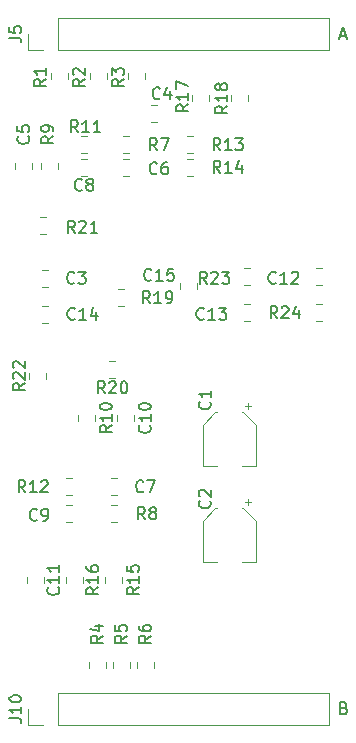
<source format=gbr>
G04 #@! TF.GenerationSoftware,KiCad,Pcbnew,(5.1.4-0-10_14)*
G04 #@! TF.CreationDate,2019-10-08T20:56:09-07:00*
G04 #@! TF.ProjectId,VCA_Main,5643415f-4d61-4696-9e2e-6b696361645f,rev?*
G04 #@! TF.SameCoordinates,Original*
G04 #@! TF.FileFunction,Legend,Top*
G04 #@! TF.FilePolarity,Positive*
%FSLAX46Y46*%
G04 Gerber Fmt 4.6, Leading zero omitted, Abs format (unit mm)*
G04 Created by KiCad (PCBNEW (5.1.4-0-10_14)) date 2019-10-08 20:56:09*
%MOMM*%
%LPD*%
G04 APERTURE LIST*
%ADD10C,0.150000*%
%ADD11C,0.120000*%
G04 APERTURE END LIST*
D10*
X92781428Y-135818571D02*
X92924285Y-135866190D01*
X92971904Y-135913809D01*
X93019523Y-136009047D01*
X93019523Y-136151904D01*
X92971904Y-136247142D01*
X92924285Y-136294761D01*
X92829047Y-136342380D01*
X92448095Y-136342380D01*
X92448095Y-135342380D01*
X92781428Y-135342380D01*
X92876666Y-135390000D01*
X92924285Y-135437619D01*
X92971904Y-135532857D01*
X92971904Y-135628095D01*
X92924285Y-135723333D01*
X92876666Y-135770952D01*
X92781428Y-135818571D01*
X92448095Y-135818571D01*
X92471904Y-78906666D02*
X92948095Y-78906666D01*
X92376666Y-79192380D02*
X92710000Y-78192380D01*
X93043333Y-79192380D01*
D11*
X84868000Y-110280000D02*
X84368000Y-110280000D01*
X84618000Y-110030000D02*
X84618000Y-110530000D01*
X81862437Y-110770000D02*
X80798000Y-111834437D01*
X84253563Y-110770000D02*
X85318000Y-111834437D01*
X84253563Y-110770000D02*
X84118000Y-110770000D01*
X81862437Y-110770000D02*
X81998000Y-110770000D01*
X80798000Y-111834437D02*
X80798000Y-115290000D01*
X85318000Y-111834437D02*
X85318000Y-115290000D01*
X85318000Y-115290000D02*
X84118000Y-115290000D01*
X80798000Y-115290000D02*
X81998000Y-115290000D01*
X80798000Y-123418000D02*
X81998000Y-123418000D01*
X85318000Y-123418000D02*
X84118000Y-123418000D01*
X85318000Y-119962437D02*
X85318000Y-123418000D01*
X80798000Y-119962437D02*
X80798000Y-123418000D01*
X81862437Y-118898000D02*
X81998000Y-118898000D01*
X84253563Y-118898000D02*
X84118000Y-118898000D01*
X84253563Y-118898000D02*
X85318000Y-119962437D01*
X81862437Y-118898000D02*
X80798000Y-119962437D01*
X84618000Y-118158000D02*
X84618000Y-118658000D01*
X84868000Y-118408000D02*
X84368000Y-118408000D01*
X67178422Y-98731000D02*
X67695578Y-98731000D01*
X67178422Y-100151000D02*
X67695578Y-100151000D01*
X65980000Y-80070000D02*
X65980000Y-78740000D01*
X67310000Y-80070000D02*
X65980000Y-80070000D01*
X68580000Y-80070000D02*
X68580000Y-77410000D01*
X68580000Y-77410000D02*
X91500000Y-77410000D01*
X68580000Y-80070000D02*
X91500000Y-80070000D01*
X91500000Y-80070000D02*
X91500000Y-77410000D01*
X91500000Y-137220000D02*
X91500000Y-134560000D01*
X68580000Y-137220000D02*
X91500000Y-137220000D01*
X68580000Y-134560000D02*
X91500000Y-134560000D01*
X68580000Y-137220000D02*
X68580000Y-134560000D01*
X67310000Y-137220000D02*
X65980000Y-137220000D01*
X65980000Y-137220000D02*
X65980000Y-135890000D01*
X69417000Y-82554578D02*
X69417000Y-82037422D01*
X67997000Y-82554578D02*
X67997000Y-82037422D01*
X72719000Y-82554578D02*
X72719000Y-82037422D01*
X71299000Y-82554578D02*
X71299000Y-82037422D01*
X74474000Y-82554578D02*
X74474000Y-82037422D01*
X75894000Y-82554578D02*
X75894000Y-82037422D01*
X72592000Y-131948422D02*
X72592000Y-132465578D01*
X71172000Y-131948422D02*
X71172000Y-132465578D01*
X74624000Y-131948422D02*
X74624000Y-132465578D01*
X73204000Y-131948422D02*
X73204000Y-132465578D01*
X75236000Y-131948422D02*
X75236000Y-132465578D01*
X76656000Y-131948422D02*
X76656000Y-132465578D01*
X74553578Y-88848000D02*
X74036422Y-88848000D01*
X74553578Y-87428000D02*
X74036422Y-87428000D01*
X73537578Y-120090000D02*
X73020422Y-120090000D01*
X73537578Y-118670000D02*
X73020422Y-118670000D01*
X67108000Y-89657422D02*
X67108000Y-90174578D01*
X68528000Y-89657422D02*
X68528000Y-90174578D01*
X71703000Y-110993422D02*
X71703000Y-111510578D01*
X70283000Y-110993422D02*
X70283000Y-111510578D01*
X70997578Y-88848000D02*
X70480422Y-88848000D01*
X70997578Y-87428000D02*
X70480422Y-87428000D01*
X69727578Y-116384000D02*
X69210422Y-116384000D01*
X69727578Y-117804000D02*
X69210422Y-117804000D01*
X79497422Y-87428000D02*
X80014578Y-87428000D01*
X79497422Y-88848000D02*
X80014578Y-88848000D01*
X80014578Y-89333000D02*
X79497422Y-89333000D01*
X80014578Y-90753000D02*
X79497422Y-90753000D01*
X72569000Y-124709422D02*
X72569000Y-125226578D01*
X73989000Y-124709422D02*
X73989000Y-125226578D01*
X70687000Y-124709422D02*
X70687000Y-125226578D01*
X69267000Y-124709422D02*
X69267000Y-125226578D01*
X81355000Y-84459578D02*
X81355000Y-83942422D01*
X79935000Y-84459578D02*
X79935000Y-83942422D01*
X84657000Y-83942422D02*
X84657000Y-84459578D01*
X83237000Y-83942422D02*
X83237000Y-84459578D01*
X73655422Y-101802000D02*
X74172578Y-101802000D01*
X73655422Y-100382000D02*
X74172578Y-100382000D01*
X73410578Y-107898000D02*
X72893422Y-107898000D01*
X73410578Y-106478000D02*
X72893422Y-106478000D01*
X67051422Y-95706000D02*
X67568578Y-95706000D01*
X67051422Y-94286000D02*
X67568578Y-94286000D01*
X84323422Y-100024000D02*
X84840578Y-100024000D01*
X84323422Y-98604000D02*
X84840578Y-98604000D01*
X90936578Y-101652000D02*
X90419422Y-101652000D01*
X90936578Y-103072000D02*
X90419422Y-103072000D01*
X74553578Y-90753000D02*
X74036422Y-90753000D01*
X74553578Y-89333000D02*
X74036422Y-89333000D01*
X73537578Y-117804000D02*
X73020422Y-117804000D01*
X73537578Y-116384000D02*
X73020422Y-116384000D01*
X70997578Y-89333000D02*
X70480422Y-89333000D01*
X70997578Y-90753000D02*
X70480422Y-90753000D01*
X69727578Y-118670000D02*
X69210422Y-118670000D01*
X69727578Y-120090000D02*
X69210422Y-120090000D01*
X76966578Y-84761000D02*
X76449422Y-84761000D01*
X76966578Y-86181000D02*
X76449422Y-86181000D01*
X66369000Y-89657422D02*
X66369000Y-90174578D01*
X64949000Y-89657422D02*
X64949000Y-90174578D01*
X73585000Y-110993422D02*
X73585000Y-111510578D01*
X75005000Y-110993422D02*
X75005000Y-111510578D01*
X65965000Y-125226578D02*
X65965000Y-124709422D01*
X67385000Y-125226578D02*
X67385000Y-124709422D01*
X90419422Y-100024000D02*
X90936578Y-100024000D01*
X90419422Y-98604000D02*
X90936578Y-98604000D01*
X84840578Y-103072000D02*
X84323422Y-103072000D01*
X84840578Y-101652000D02*
X84323422Y-101652000D01*
X67695578Y-103199000D02*
X67178422Y-103199000D01*
X67695578Y-101779000D02*
X67178422Y-101779000D01*
X80339000Y-100334578D02*
X80339000Y-99817422D01*
X78919000Y-100334578D02*
X78919000Y-99817422D01*
X66092000Y-107954578D02*
X66092000Y-107437422D01*
X67512000Y-107954578D02*
X67512000Y-107437422D01*
D10*
X81383142Y-109894666D02*
X81430761Y-109942285D01*
X81478380Y-110085142D01*
X81478380Y-110180380D01*
X81430761Y-110323238D01*
X81335523Y-110418476D01*
X81240285Y-110466095D01*
X81049809Y-110513714D01*
X80906952Y-110513714D01*
X80716476Y-110466095D01*
X80621238Y-110418476D01*
X80526000Y-110323238D01*
X80478380Y-110180380D01*
X80478380Y-110085142D01*
X80526000Y-109942285D01*
X80573619Y-109894666D01*
X81478380Y-108942285D02*
X81478380Y-109513714D01*
X81478380Y-109228000D02*
X80478380Y-109228000D01*
X80621238Y-109323238D01*
X80716476Y-109418476D01*
X80764095Y-109513714D01*
X81383142Y-118276666D02*
X81430761Y-118324285D01*
X81478380Y-118467142D01*
X81478380Y-118562380D01*
X81430761Y-118705238D01*
X81335523Y-118800476D01*
X81240285Y-118848095D01*
X81049809Y-118895714D01*
X80906952Y-118895714D01*
X80716476Y-118848095D01*
X80621238Y-118800476D01*
X80526000Y-118705238D01*
X80478380Y-118562380D01*
X80478380Y-118467142D01*
X80526000Y-118324285D01*
X80573619Y-118276666D01*
X80573619Y-117895714D02*
X80526000Y-117848095D01*
X80478380Y-117752857D01*
X80478380Y-117514761D01*
X80526000Y-117419523D01*
X80573619Y-117371904D01*
X80668857Y-117324285D01*
X80764095Y-117324285D01*
X80906952Y-117371904D01*
X81478380Y-117943333D01*
X81478380Y-117324285D01*
X69937333Y-99798142D02*
X69889714Y-99845761D01*
X69746857Y-99893380D01*
X69651619Y-99893380D01*
X69508761Y-99845761D01*
X69413523Y-99750523D01*
X69365904Y-99655285D01*
X69318285Y-99464809D01*
X69318285Y-99321952D01*
X69365904Y-99131476D01*
X69413523Y-99036238D01*
X69508761Y-98941000D01*
X69651619Y-98893380D01*
X69746857Y-98893380D01*
X69889714Y-98941000D01*
X69937333Y-98988619D01*
X70270666Y-98893380D02*
X70889714Y-98893380D01*
X70556380Y-99274333D01*
X70699238Y-99274333D01*
X70794476Y-99321952D01*
X70842095Y-99369571D01*
X70889714Y-99464809D01*
X70889714Y-99702904D01*
X70842095Y-99798142D01*
X70794476Y-99845761D01*
X70699238Y-99893380D01*
X70413523Y-99893380D01*
X70318285Y-99845761D01*
X70270666Y-99798142D01*
X64432380Y-79073333D02*
X65146666Y-79073333D01*
X65289523Y-79120952D01*
X65384761Y-79216190D01*
X65432380Y-79359047D01*
X65432380Y-79454285D01*
X64432380Y-78120952D02*
X64432380Y-78597142D01*
X64908571Y-78644761D01*
X64860952Y-78597142D01*
X64813333Y-78501904D01*
X64813333Y-78263809D01*
X64860952Y-78168571D01*
X64908571Y-78120952D01*
X65003809Y-78073333D01*
X65241904Y-78073333D01*
X65337142Y-78120952D01*
X65384761Y-78168571D01*
X65432380Y-78263809D01*
X65432380Y-78501904D01*
X65384761Y-78597142D01*
X65337142Y-78644761D01*
X64432380Y-136699523D02*
X65146666Y-136699523D01*
X65289523Y-136747142D01*
X65384761Y-136842380D01*
X65432380Y-136985238D01*
X65432380Y-137080476D01*
X65432380Y-135699523D02*
X65432380Y-136270952D01*
X65432380Y-135985238D02*
X64432380Y-135985238D01*
X64575238Y-136080476D01*
X64670476Y-136175714D01*
X64718095Y-136270952D01*
X64432380Y-135080476D02*
X64432380Y-134985238D01*
X64480000Y-134890000D01*
X64527619Y-134842380D01*
X64622857Y-134794761D01*
X64813333Y-134747142D01*
X65051428Y-134747142D01*
X65241904Y-134794761D01*
X65337142Y-134842380D01*
X65384761Y-134890000D01*
X65432380Y-134985238D01*
X65432380Y-135080476D01*
X65384761Y-135175714D01*
X65337142Y-135223333D01*
X65241904Y-135270952D01*
X65051428Y-135318571D01*
X64813333Y-135318571D01*
X64622857Y-135270952D01*
X64527619Y-135223333D01*
X64480000Y-135175714D01*
X64432380Y-135080476D01*
X67508380Y-82589666D02*
X67032190Y-82923000D01*
X67508380Y-83161095D02*
X66508380Y-83161095D01*
X66508380Y-82780142D01*
X66556000Y-82684904D01*
X66603619Y-82637285D01*
X66698857Y-82589666D01*
X66841714Y-82589666D01*
X66936952Y-82637285D01*
X66984571Y-82684904D01*
X67032190Y-82780142D01*
X67032190Y-83161095D01*
X67508380Y-81637285D02*
X67508380Y-82208714D01*
X67508380Y-81923000D02*
X66508380Y-81923000D01*
X66651238Y-82018238D01*
X66746476Y-82113476D01*
X66794095Y-82208714D01*
X70810380Y-82589666D02*
X70334190Y-82923000D01*
X70810380Y-83161095D02*
X69810380Y-83161095D01*
X69810380Y-82780142D01*
X69858000Y-82684904D01*
X69905619Y-82637285D01*
X70000857Y-82589666D01*
X70143714Y-82589666D01*
X70238952Y-82637285D01*
X70286571Y-82684904D01*
X70334190Y-82780142D01*
X70334190Y-83161095D01*
X69905619Y-82208714D02*
X69858000Y-82161095D01*
X69810380Y-82065857D01*
X69810380Y-81827761D01*
X69858000Y-81732523D01*
X69905619Y-81684904D01*
X70000857Y-81637285D01*
X70096095Y-81637285D01*
X70238952Y-81684904D01*
X70810380Y-82256333D01*
X70810380Y-81637285D01*
X74112380Y-82589666D02*
X73636190Y-82923000D01*
X74112380Y-83161095D02*
X73112380Y-83161095D01*
X73112380Y-82780142D01*
X73160000Y-82684904D01*
X73207619Y-82637285D01*
X73302857Y-82589666D01*
X73445714Y-82589666D01*
X73540952Y-82637285D01*
X73588571Y-82684904D01*
X73636190Y-82780142D01*
X73636190Y-83161095D01*
X73112380Y-82256333D02*
X73112380Y-81637285D01*
X73493333Y-81970619D01*
X73493333Y-81827761D01*
X73540952Y-81732523D01*
X73588571Y-81684904D01*
X73683809Y-81637285D01*
X73921904Y-81637285D01*
X74017142Y-81684904D01*
X74064761Y-81732523D01*
X74112380Y-81827761D01*
X74112380Y-82113476D01*
X74064761Y-82208714D01*
X74017142Y-82256333D01*
X72334380Y-129706666D02*
X71858190Y-130040000D01*
X72334380Y-130278095D02*
X71334380Y-130278095D01*
X71334380Y-129897142D01*
X71382000Y-129801904D01*
X71429619Y-129754285D01*
X71524857Y-129706666D01*
X71667714Y-129706666D01*
X71762952Y-129754285D01*
X71810571Y-129801904D01*
X71858190Y-129897142D01*
X71858190Y-130278095D01*
X71667714Y-128849523D02*
X72334380Y-128849523D01*
X71286761Y-129087619D02*
X72001047Y-129325714D01*
X72001047Y-128706666D01*
X74366380Y-129706666D02*
X73890190Y-130040000D01*
X74366380Y-130278095D02*
X73366380Y-130278095D01*
X73366380Y-129897142D01*
X73414000Y-129801904D01*
X73461619Y-129754285D01*
X73556857Y-129706666D01*
X73699714Y-129706666D01*
X73794952Y-129754285D01*
X73842571Y-129801904D01*
X73890190Y-129897142D01*
X73890190Y-130278095D01*
X73366380Y-128801904D02*
X73366380Y-129278095D01*
X73842571Y-129325714D01*
X73794952Y-129278095D01*
X73747333Y-129182857D01*
X73747333Y-128944761D01*
X73794952Y-128849523D01*
X73842571Y-128801904D01*
X73937809Y-128754285D01*
X74175904Y-128754285D01*
X74271142Y-128801904D01*
X74318761Y-128849523D01*
X74366380Y-128944761D01*
X74366380Y-129182857D01*
X74318761Y-129278095D01*
X74271142Y-129325714D01*
X76398380Y-129706666D02*
X75922190Y-130040000D01*
X76398380Y-130278095D02*
X75398380Y-130278095D01*
X75398380Y-129897142D01*
X75446000Y-129801904D01*
X75493619Y-129754285D01*
X75588857Y-129706666D01*
X75731714Y-129706666D01*
X75826952Y-129754285D01*
X75874571Y-129801904D01*
X75922190Y-129897142D01*
X75922190Y-130278095D01*
X75398380Y-128849523D02*
X75398380Y-129040000D01*
X75446000Y-129135238D01*
X75493619Y-129182857D01*
X75636476Y-129278095D01*
X75826952Y-129325714D01*
X76207904Y-129325714D01*
X76303142Y-129278095D01*
X76350761Y-129230476D01*
X76398380Y-129135238D01*
X76398380Y-128944761D01*
X76350761Y-128849523D01*
X76303142Y-128801904D01*
X76207904Y-128754285D01*
X75969809Y-128754285D01*
X75874571Y-128801904D01*
X75826952Y-128849523D01*
X75779333Y-128944761D01*
X75779333Y-129135238D01*
X75826952Y-129230476D01*
X75874571Y-129278095D01*
X75969809Y-129325714D01*
X76922333Y-88590380D02*
X76589000Y-88114190D01*
X76350904Y-88590380D02*
X76350904Y-87590380D01*
X76731857Y-87590380D01*
X76827095Y-87638000D01*
X76874714Y-87685619D01*
X76922333Y-87780857D01*
X76922333Y-87923714D01*
X76874714Y-88018952D01*
X76827095Y-88066571D01*
X76731857Y-88114190D01*
X76350904Y-88114190D01*
X77255666Y-87590380D02*
X77922333Y-87590380D01*
X77493761Y-88590380D01*
X75906333Y-119832380D02*
X75573000Y-119356190D01*
X75334904Y-119832380D02*
X75334904Y-118832380D01*
X75715857Y-118832380D01*
X75811095Y-118880000D01*
X75858714Y-118927619D01*
X75906333Y-119022857D01*
X75906333Y-119165714D01*
X75858714Y-119260952D01*
X75811095Y-119308571D01*
X75715857Y-119356190D01*
X75334904Y-119356190D01*
X76477761Y-119260952D02*
X76382523Y-119213333D01*
X76334904Y-119165714D01*
X76287285Y-119070476D01*
X76287285Y-119022857D01*
X76334904Y-118927619D01*
X76382523Y-118880000D01*
X76477761Y-118832380D01*
X76668238Y-118832380D01*
X76763476Y-118880000D01*
X76811095Y-118927619D01*
X76858714Y-119022857D01*
X76858714Y-119070476D01*
X76811095Y-119165714D01*
X76763476Y-119213333D01*
X76668238Y-119260952D01*
X76477761Y-119260952D01*
X76382523Y-119308571D01*
X76334904Y-119356190D01*
X76287285Y-119451428D01*
X76287285Y-119641904D01*
X76334904Y-119737142D01*
X76382523Y-119784761D01*
X76477761Y-119832380D01*
X76668238Y-119832380D01*
X76763476Y-119784761D01*
X76811095Y-119737142D01*
X76858714Y-119641904D01*
X76858714Y-119451428D01*
X76811095Y-119356190D01*
X76763476Y-119308571D01*
X76668238Y-119260952D01*
X68143380Y-87415666D02*
X67667190Y-87749000D01*
X68143380Y-87987095D02*
X67143380Y-87987095D01*
X67143380Y-87606142D01*
X67191000Y-87510904D01*
X67238619Y-87463285D01*
X67333857Y-87415666D01*
X67476714Y-87415666D01*
X67571952Y-87463285D01*
X67619571Y-87510904D01*
X67667190Y-87606142D01*
X67667190Y-87987095D01*
X68143380Y-86939476D02*
X68143380Y-86749000D01*
X68095761Y-86653761D01*
X68048142Y-86606142D01*
X67905285Y-86510904D01*
X67714809Y-86463285D01*
X67333857Y-86463285D01*
X67238619Y-86510904D01*
X67191000Y-86558523D01*
X67143380Y-86653761D01*
X67143380Y-86844238D01*
X67191000Y-86939476D01*
X67238619Y-86987095D01*
X67333857Y-87034714D01*
X67571952Y-87034714D01*
X67667190Y-86987095D01*
X67714809Y-86939476D01*
X67762428Y-86844238D01*
X67762428Y-86653761D01*
X67714809Y-86558523D01*
X67667190Y-86510904D01*
X67571952Y-86463285D01*
X73095380Y-111894857D02*
X72619190Y-112228190D01*
X73095380Y-112466285D02*
X72095380Y-112466285D01*
X72095380Y-112085333D01*
X72143000Y-111990095D01*
X72190619Y-111942476D01*
X72285857Y-111894857D01*
X72428714Y-111894857D01*
X72523952Y-111942476D01*
X72571571Y-111990095D01*
X72619190Y-112085333D01*
X72619190Y-112466285D01*
X73095380Y-110942476D02*
X73095380Y-111513904D01*
X73095380Y-111228190D02*
X72095380Y-111228190D01*
X72238238Y-111323428D01*
X72333476Y-111418666D01*
X72381095Y-111513904D01*
X72095380Y-110323428D02*
X72095380Y-110228190D01*
X72143000Y-110132952D01*
X72190619Y-110085333D01*
X72285857Y-110037714D01*
X72476333Y-109990095D01*
X72714428Y-109990095D01*
X72904904Y-110037714D01*
X73000142Y-110085333D01*
X73047761Y-110132952D01*
X73095380Y-110228190D01*
X73095380Y-110323428D01*
X73047761Y-110418666D01*
X73000142Y-110466285D01*
X72904904Y-110513904D01*
X72714428Y-110561523D01*
X72476333Y-110561523D01*
X72285857Y-110513904D01*
X72190619Y-110466285D01*
X72143000Y-110418666D01*
X72095380Y-110323428D01*
X70223142Y-87066380D02*
X69889809Y-86590190D01*
X69651714Y-87066380D02*
X69651714Y-86066380D01*
X70032666Y-86066380D01*
X70127904Y-86114000D01*
X70175523Y-86161619D01*
X70223142Y-86256857D01*
X70223142Y-86399714D01*
X70175523Y-86494952D01*
X70127904Y-86542571D01*
X70032666Y-86590190D01*
X69651714Y-86590190D01*
X71175523Y-87066380D02*
X70604095Y-87066380D01*
X70889809Y-87066380D02*
X70889809Y-86066380D01*
X70794571Y-86209238D01*
X70699333Y-86304476D01*
X70604095Y-86352095D01*
X72127904Y-87066380D02*
X71556476Y-87066380D01*
X71842190Y-87066380D02*
X71842190Y-86066380D01*
X71746952Y-86209238D01*
X71651714Y-86304476D01*
X71556476Y-86352095D01*
X65778142Y-117546380D02*
X65444809Y-117070190D01*
X65206714Y-117546380D02*
X65206714Y-116546380D01*
X65587666Y-116546380D01*
X65682904Y-116594000D01*
X65730523Y-116641619D01*
X65778142Y-116736857D01*
X65778142Y-116879714D01*
X65730523Y-116974952D01*
X65682904Y-117022571D01*
X65587666Y-117070190D01*
X65206714Y-117070190D01*
X66730523Y-117546380D02*
X66159095Y-117546380D01*
X66444809Y-117546380D02*
X66444809Y-116546380D01*
X66349571Y-116689238D01*
X66254333Y-116784476D01*
X66159095Y-116832095D01*
X67111476Y-116641619D02*
X67159095Y-116594000D01*
X67254333Y-116546380D01*
X67492428Y-116546380D01*
X67587666Y-116594000D01*
X67635285Y-116641619D01*
X67682904Y-116736857D01*
X67682904Y-116832095D01*
X67635285Y-116974952D01*
X67063857Y-117546380D01*
X67682904Y-117546380D01*
X82288142Y-88590380D02*
X81954809Y-88114190D01*
X81716714Y-88590380D02*
X81716714Y-87590380D01*
X82097666Y-87590380D01*
X82192904Y-87638000D01*
X82240523Y-87685619D01*
X82288142Y-87780857D01*
X82288142Y-87923714D01*
X82240523Y-88018952D01*
X82192904Y-88066571D01*
X82097666Y-88114190D01*
X81716714Y-88114190D01*
X83240523Y-88590380D02*
X82669095Y-88590380D01*
X82954809Y-88590380D02*
X82954809Y-87590380D01*
X82859571Y-87733238D01*
X82764333Y-87828476D01*
X82669095Y-87876095D01*
X83573857Y-87590380D02*
X84192904Y-87590380D01*
X83859571Y-87971333D01*
X84002428Y-87971333D01*
X84097666Y-88018952D01*
X84145285Y-88066571D01*
X84192904Y-88161809D01*
X84192904Y-88399904D01*
X84145285Y-88495142D01*
X84097666Y-88542761D01*
X84002428Y-88590380D01*
X83716714Y-88590380D01*
X83621476Y-88542761D01*
X83573857Y-88495142D01*
X82288142Y-90495380D02*
X81954809Y-90019190D01*
X81716714Y-90495380D02*
X81716714Y-89495380D01*
X82097666Y-89495380D01*
X82192904Y-89543000D01*
X82240523Y-89590619D01*
X82288142Y-89685857D01*
X82288142Y-89828714D01*
X82240523Y-89923952D01*
X82192904Y-89971571D01*
X82097666Y-90019190D01*
X81716714Y-90019190D01*
X83240523Y-90495380D02*
X82669095Y-90495380D01*
X82954809Y-90495380D02*
X82954809Y-89495380D01*
X82859571Y-89638238D01*
X82764333Y-89733476D01*
X82669095Y-89781095D01*
X84097666Y-89828714D02*
X84097666Y-90495380D01*
X83859571Y-89447761D02*
X83621476Y-90162047D01*
X84240523Y-90162047D01*
X75381380Y-125610857D02*
X74905190Y-125944190D01*
X75381380Y-126182285D02*
X74381380Y-126182285D01*
X74381380Y-125801333D01*
X74429000Y-125706095D01*
X74476619Y-125658476D01*
X74571857Y-125610857D01*
X74714714Y-125610857D01*
X74809952Y-125658476D01*
X74857571Y-125706095D01*
X74905190Y-125801333D01*
X74905190Y-126182285D01*
X75381380Y-124658476D02*
X75381380Y-125229904D01*
X75381380Y-124944190D02*
X74381380Y-124944190D01*
X74524238Y-125039428D01*
X74619476Y-125134666D01*
X74667095Y-125229904D01*
X74381380Y-123753714D02*
X74381380Y-124229904D01*
X74857571Y-124277523D01*
X74809952Y-124229904D01*
X74762333Y-124134666D01*
X74762333Y-123896571D01*
X74809952Y-123801333D01*
X74857571Y-123753714D01*
X74952809Y-123706095D01*
X75190904Y-123706095D01*
X75286142Y-123753714D01*
X75333761Y-123801333D01*
X75381380Y-123896571D01*
X75381380Y-124134666D01*
X75333761Y-124229904D01*
X75286142Y-124277523D01*
X71953380Y-125610857D02*
X71477190Y-125944190D01*
X71953380Y-126182285D02*
X70953380Y-126182285D01*
X70953380Y-125801333D01*
X71001000Y-125706095D01*
X71048619Y-125658476D01*
X71143857Y-125610857D01*
X71286714Y-125610857D01*
X71381952Y-125658476D01*
X71429571Y-125706095D01*
X71477190Y-125801333D01*
X71477190Y-126182285D01*
X71953380Y-124658476D02*
X71953380Y-125229904D01*
X71953380Y-124944190D02*
X70953380Y-124944190D01*
X71096238Y-125039428D01*
X71191476Y-125134666D01*
X71239095Y-125229904D01*
X70953380Y-123801333D02*
X70953380Y-123991809D01*
X71001000Y-124087047D01*
X71048619Y-124134666D01*
X71191476Y-124229904D01*
X71381952Y-124277523D01*
X71762904Y-124277523D01*
X71858142Y-124229904D01*
X71905761Y-124182285D01*
X71953380Y-124087047D01*
X71953380Y-123896571D01*
X71905761Y-123801333D01*
X71858142Y-123753714D01*
X71762904Y-123706095D01*
X71524809Y-123706095D01*
X71429571Y-123753714D01*
X71381952Y-123801333D01*
X71334333Y-123896571D01*
X71334333Y-124087047D01*
X71381952Y-124182285D01*
X71429571Y-124229904D01*
X71524809Y-124277523D01*
X79573380Y-84716857D02*
X79097190Y-85050190D01*
X79573380Y-85288285D02*
X78573380Y-85288285D01*
X78573380Y-84907333D01*
X78621000Y-84812095D01*
X78668619Y-84764476D01*
X78763857Y-84716857D01*
X78906714Y-84716857D01*
X79001952Y-84764476D01*
X79049571Y-84812095D01*
X79097190Y-84907333D01*
X79097190Y-85288285D01*
X79573380Y-83764476D02*
X79573380Y-84335904D01*
X79573380Y-84050190D02*
X78573380Y-84050190D01*
X78716238Y-84145428D01*
X78811476Y-84240666D01*
X78859095Y-84335904D01*
X78573380Y-83431142D02*
X78573380Y-82764476D01*
X79573380Y-83193047D01*
X82875380Y-84843857D02*
X82399190Y-85177190D01*
X82875380Y-85415285D02*
X81875380Y-85415285D01*
X81875380Y-85034333D01*
X81923000Y-84939095D01*
X81970619Y-84891476D01*
X82065857Y-84843857D01*
X82208714Y-84843857D01*
X82303952Y-84891476D01*
X82351571Y-84939095D01*
X82399190Y-85034333D01*
X82399190Y-85415285D01*
X82875380Y-83891476D02*
X82875380Y-84462904D01*
X82875380Y-84177190D02*
X81875380Y-84177190D01*
X82018238Y-84272428D01*
X82113476Y-84367666D01*
X82161095Y-84462904D01*
X82303952Y-83320047D02*
X82256333Y-83415285D01*
X82208714Y-83462904D01*
X82113476Y-83510523D01*
X82065857Y-83510523D01*
X81970619Y-83462904D01*
X81923000Y-83415285D01*
X81875380Y-83320047D01*
X81875380Y-83129571D01*
X81923000Y-83034333D01*
X81970619Y-82986714D01*
X82065857Y-82939095D01*
X82113476Y-82939095D01*
X82208714Y-82986714D01*
X82256333Y-83034333D01*
X82303952Y-83129571D01*
X82303952Y-83320047D01*
X82351571Y-83415285D01*
X82399190Y-83462904D01*
X82494428Y-83510523D01*
X82684904Y-83510523D01*
X82780142Y-83462904D01*
X82827761Y-83415285D01*
X82875380Y-83320047D01*
X82875380Y-83129571D01*
X82827761Y-83034333D01*
X82780142Y-82986714D01*
X82684904Y-82939095D01*
X82494428Y-82939095D01*
X82399190Y-82986714D01*
X82351571Y-83034333D01*
X82303952Y-83129571D01*
X76319142Y-101544380D02*
X75985809Y-101068190D01*
X75747714Y-101544380D02*
X75747714Y-100544380D01*
X76128666Y-100544380D01*
X76223904Y-100592000D01*
X76271523Y-100639619D01*
X76319142Y-100734857D01*
X76319142Y-100877714D01*
X76271523Y-100972952D01*
X76223904Y-101020571D01*
X76128666Y-101068190D01*
X75747714Y-101068190D01*
X77271523Y-101544380D02*
X76700095Y-101544380D01*
X76985809Y-101544380D02*
X76985809Y-100544380D01*
X76890571Y-100687238D01*
X76795333Y-100782476D01*
X76700095Y-100830095D01*
X77747714Y-101544380D02*
X77938190Y-101544380D01*
X78033428Y-101496761D01*
X78081047Y-101449142D01*
X78176285Y-101306285D01*
X78223904Y-101115809D01*
X78223904Y-100734857D01*
X78176285Y-100639619D01*
X78128666Y-100592000D01*
X78033428Y-100544380D01*
X77842952Y-100544380D01*
X77747714Y-100592000D01*
X77700095Y-100639619D01*
X77652476Y-100734857D01*
X77652476Y-100972952D01*
X77700095Y-101068190D01*
X77747714Y-101115809D01*
X77842952Y-101163428D01*
X78033428Y-101163428D01*
X78128666Y-101115809D01*
X78176285Y-101068190D01*
X78223904Y-100972952D01*
X72509142Y-109164380D02*
X72175809Y-108688190D01*
X71937714Y-109164380D02*
X71937714Y-108164380D01*
X72318666Y-108164380D01*
X72413904Y-108212000D01*
X72461523Y-108259619D01*
X72509142Y-108354857D01*
X72509142Y-108497714D01*
X72461523Y-108592952D01*
X72413904Y-108640571D01*
X72318666Y-108688190D01*
X71937714Y-108688190D01*
X72890095Y-108259619D02*
X72937714Y-108212000D01*
X73032952Y-108164380D01*
X73271047Y-108164380D01*
X73366285Y-108212000D01*
X73413904Y-108259619D01*
X73461523Y-108354857D01*
X73461523Y-108450095D01*
X73413904Y-108592952D01*
X72842476Y-109164380D01*
X73461523Y-109164380D01*
X74080571Y-108164380D02*
X74175809Y-108164380D01*
X74271047Y-108212000D01*
X74318666Y-108259619D01*
X74366285Y-108354857D01*
X74413904Y-108545333D01*
X74413904Y-108783428D01*
X74366285Y-108973904D01*
X74318666Y-109069142D01*
X74271047Y-109116761D01*
X74175809Y-109164380D01*
X74080571Y-109164380D01*
X73985333Y-109116761D01*
X73937714Y-109069142D01*
X73890095Y-108973904D01*
X73842476Y-108783428D01*
X73842476Y-108545333D01*
X73890095Y-108354857D01*
X73937714Y-108259619D01*
X73985333Y-108212000D01*
X74080571Y-108164380D01*
X69969142Y-95575380D02*
X69635809Y-95099190D01*
X69397714Y-95575380D02*
X69397714Y-94575380D01*
X69778666Y-94575380D01*
X69873904Y-94623000D01*
X69921523Y-94670619D01*
X69969142Y-94765857D01*
X69969142Y-94908714D01*
X69921523Y-95003952D01*
X69873904Y-95051571D01*
X69778666Y-95099190D01*
X69397714Y-95099190D01*
X70350095Y-94670619D02*
X70397714Y-94623000D01*
X70492952Y-94575380D01*
X70731047Y-94575380D01*
X70826285Y-94623000D01*
X70873904Y-94670619D01*
X70921523Y-94765857D01*
X70921523Y-94861095D01*
X70873904Y-95003952D01*
X70302476Y-95575380D01*
X70921523Y-95575380D01*
X71873904Y-95575380D02*
X71302476Y-95575380D01*
X71588190Y-95575380D02*
X71588190Y-94575380D01*
X71492952Y-94718238D01*
X71397714Y-94813476D01*
X71302476Y-94861095D01*
X81145142Y-99893380D02*
X80811809Y-99417190D01*
X80573714Y-99893380D02*
X80573714Y-98893380D01*
X80954666Y-98893380D01*
X81049904Y-98941000D01*
X81097523Y-98988619D01*
X81145142Y-99083857D01*
X81145142Y-99226714D01*
X81097523Y-99321952D01*
X81049904Y-99369571D01*
X80954666Y-99417190D01*
X80573714Y-99417190D01*
X81526095Y-98988619D02*
X81573714Y-98941000D01*
X81668952Y-98893380D01*
X81907047Y-98893380D01*
X82002285Y-98941000D01*
X82049904Y-98988619D01*
X82097523Y-99083857D01*
X82097523Y-99179095D01*
X82049904Y-99321952D01*
X81478476Y-99893380D01*
X82097523Y-99893380D01*
X82430857Y-98893380D02*
X83049904Y-98893380D01*
X82716571Y-99274333D01*
X82859428Y-99274333D01*
X82954666Y-99321952D01*
X83002285Y-99369571D01*
X83049904Y-99464809D01*
X83049904Y-99702904D01*
X83002285Y-99798142D01*
X82954666Y-99845761D01*
X82859428Y-99893380D01*
X82573714Y-99893380D01*
X82478476Y-99845761D01*
X82430857Y-99798142D01*
X87114142Y-102814380D02*
X86780809Y-102338190D01*
X86542714Y-102814380D02*
X86542714Y-101814380D01*
X86923666Y-101814380D01*
X87018904Y-101862000D01*
X87066523Y-101909619D01*
X87114142Y-102004857D01*
X87114142Y-102147714D01*
X87066523Y-102242952D01*
X87018904Y-102290571D01*
X86923666Y-102338190D01*
X86542714Y-102338190D01*
X87495095Y-101909619D02*
X87542714Y-101862000D01*
X87637952Y-101814380D01*
X87876047Y-101814380D01*
X87971285Y-101862000D01*
X88018904Y-101909619D01*
X88066523Y-102004857D01*
X88066523Y-102100095D01*
X88018904Y-102242952D01*
X87447476Y-102814380D01*
X88066523Y-102814380D01*
X88923666Y-102147714D02*
X88923666Y-102814380D01*
X88685571Y-101766761D02*
X88447476Y-102481047D01*
X89066523Y-102481047D01*
X76922333Y-90527142D02*
X76874714Y-90574761D01*
X76731857Y-90622380D01*
X76636619Y-90622380D01*
X76493761Y-90574761D01*
X76398523Y-90479523D01*
X76350904Y-90384285D01*
X76303285Y-90193809D01*
X76303285Y-90050952D01*
X76350904Y-89860476D01*
X76398523Y-89765238D01*
X76493761Y-89670000D01*
X76636619Y-89622380D01*
X76731857Y-89622380D01*
X76874714Y-89670000D01*
X76922333Y-89717619D01*
X77779476Y-89622380D02*
X77589000Y-89622380D01*
X77493761Y-89670000D01*
X77446142Y-89717619D01*
X77350904Y-89860476D01*
X77303285Y-90050952D01*
X77303285Y-90431904D01*
X77350904Y-90527142D01*
X77398523Y-90574761D01*
X77493761Y-90622380D01*
X77684238Y-90622380D01*
X77779476Y-90574761D01*
X77827095Y-90527142D01*
X77874714Y-90431904D01*
X77874714Y-90193809D01*
X77827095Y-90098571D01*
X77779476Y-90050952D01*
X77684238Y-90003333D01*
X77493761Y-90003333D01*
X77398523Y-90050952D01*
X77350904Y-90098571D01*
X77303285Y-90193809D01*
X75779333Y-117451142D02*
X75731714Y-117498761D01*
X75588857Y-117546380D01*
X75493619Y-117546380D01*
X75350761Y-117498761D01*
X75255523Y-117403523D01*
X75207904Y-117308285D01*
X75160285Y-117117809D01*
X75160285Y-116974952D01*
X75207904Y-116784476D01*
X75255523Y-116689238D01*
X75350761Y-116594000D01*
X75493619Y-116546380D01*
X75588857Y-116546380D01*
X75731714Y-116594000D01*
X75779333Y-116641619D01*
X76112666Y-116546380D02*
X76779333Y-116546380D01*
X76350761Y-117546380D01*
X70572333Y-91924142D02*
X70524714Y-91971761D01*
X70381857Y-92019380D01*
X70286619Y-92019380D01*
X70143761Y-91971761D01*
X70048523Y-91876523D01*
X70000904Y-91781285D01*
X69953285Y-91590809D01*
X69953285Y-91447952D01*
X70000904Y-91257476D01*
X70048523Y-91162238D01*
X70143761Y-91067000D01*
X70286619Y-91019380D01*
X70381857Y-91019380D01*
X70524714Y-91067000D01*
X70572333Y-91114619D01*
X71143761Y-91447952D02*
X71048523Y-91400333D01*
X71000904Y-91352714D01*
X70953285Y-91257476D01*
X70953285Y-91209857D01*
X71000904Y-91114619D01*
X71048523Y-91067000D01*
X71143761Y-91019380D01*
X71334238Y-91019380D01*
X71429476Y-91067000D01*
X71477095Y-91114619D01*
X71524714Y-91209857D01*
X71524714Y-91257476D01*
X71477095Y-91352714D01*
X71429476Y-91400333D01*
X71334238Y-91447952D01*
X71143761Y-91447952D01*
X71048523Y-91495571D01*
X71000904Y-91543190D01*
X70953285Y-91638428D01*
X70953285Y-91828904D01*
X71000904Y-91924142D01*
X71048523Y-91971761D01*
X71143761Y-92019380D01*
X71334238Y-92019380D01*
X71429476Y-91971761D01*
X71477095Y-91924142D01*
X71524714Y-91828904D01*
X71524714Y-91638428D01*
X71477095Y-91543190D01*
X71429476Y-91495571D01*
X71334238Y-91447952D01*
X66762333Y-119864142D02*
X66714714Y-119911761D01*
X66571857Y-119959380D01*
X66476619Y-119959380D01*
X66333761Y-119911761D01*
X66238523Y-119816523D01*
X66190904Y-119721285D01*
X66143285Y-119530809D01*
X66143285Y-119387952D01*
X66190904Y-119197476D01*
X66238523Y-119102238D01*
X66333761Y-119007000D01*
X66476619Y-118959380D01*
X66571857Y-118959380D01*
X66714714Y-119007000D01*
X66762333Y-119054619D01*
X67238523Y-119959380D02*
X67429000Y-119959380D01*
X67524238Y-119911761D01*
X67571857Y-119864142D01*
X67667095Y-119721285D01*
X67714714Y-119530809D01*
X67714714Y-119149857D01*
X67667095Y-119054619D01*
X67619476Y-119007000D01*
X67524238Y-118959380D01*
X67333761Y-118959380D01*
X67238523Y-119007000D01*
X67190904Y-119054619D01*
X67143285Y-119149857D01*
X67143285Y-119387952D01*
X67190904Y-119483190D01*
X67238523Y-119530809D01*
X67333761Y-119578428D01*
X67524238Y-119578428D01*
X67619476Y-119530809D01*
X67667095Y-119483190D01*
X67714714Y-119387952D01*
X77176333Y-84177142D02*
X77128714Y-84224761D01*
X76985857Y-84272380D01*
X76890619Y-84272380D01*
X76747761Y-84224761D01*
X76652523Y-84129523D01*
X76604904Y-84034285D01*
X76557285Y-83843809D01*
X76557285Y-83700952D01*
X76604904Y-83510476D01*
X76652523Y-83415238D01*
X76747761Y-83320000D01*
X76890619Y-83272380D01*
X76985857Y-83272380D01*
X77128714Y-83320000D01*
X77176333Y-83367619D01*
X78033476Y-83605714D02*
X78033476Y-84272380D01*
X77795380Y-83224761D02*
X77557285Y-83939047D01*
X78176333Y-83939047D01*
X66016142Y-87415666D02*
X66063761Y-87463285D01*
X66111380Y-87606142D01*
X66111380Y-87701380D01*
X66063761Y-87844238D01*
X65968523Y-87939476D01*
X65873285Y-87987095D01*
X65682809Y-88034714D01*
X65539952Y-88034714D01*
X65349476Y-87987095D01*
X65254238Y-87939476D01*
X65159000Y-87844238D01*
X65111380Y-87701380D01*
X65111380Y-87606142D01*
X65159000Y-87463285D01*
X65206619Y-87415666D01*
X65111380Y-86510904D02*
X65111380Y-86987095D01*
X65587571Y-87034714D01*
X65539952Y-86987095D01*
X65492333Y-86891857D01*
X65492333Y-86653761D01*
X65539952Y-86558523D01*
X65587571Y-86510904D01*
X65682809Y-86463285D01*
X65920904Y-86463285D01*
X66016142Y-86510904D01*
X66063761Y-86558523D01*
X66111380Y-86653761D01*
X66111380Y-86891857D01*
X66063761Y-86987095D01*
X66016142Y-87034714D01*
X76302142Y-111894857D02*
X76349761Y-111942476D01*
X76397380Y-112085333D01*
X76397380Y-112180571D01*
X76349761Y-112323428D01*
X76254523Y-112418666D01*
X76159285Y-112466285D01*
X75968809Y-112513904D01*
X75825952Y-112513904D01*
X75635476Y-112466285D01*
X75540238Y-112418666D01*
X75445000Y-112323428D01*
X75397380Y-112180571D01*
X75397380Y-112085333D01*
X75445000Y-111942476D01*
X75492619Y-111894857D01*
X76397380Y-110942476D02*
X76397380Y-111513904D01*
X76397380Y-111228190D02*
X75397380Y-111228190D01*
X75540238Y-111323428D01*
X75635476Y-111418666D01*
X75683095Y-111513904D01*
X75397380Y-110323428D02*
X75397380Y-110228190D01*
X75445000Y-110132952D01*
X75492619Y-110085333D01*
X75587857Y-110037714D01*
X75778333Y-109990095D01*
X76016428Y-109990095D01*
X76206904Y-110037714D01*
X76302142Y-110085333D01*
X76349761Y-110132952D01*
X76397380Y-110228190D01*
X76397380Y-110323428D01*
X76349761Y-110418666D01*
X76302142Y-110466285D01*
X76206904Y-110513904D01*
X76016428Y-110561523D01*
X75778333Y-110561523D01*
X75587857Y-110513904D01*
X75492619Y-110466285D01*
X75445000Y-110418666D01*
X75397380Y-110323428D01*
X68556142Y-125610857D02*
X68603761Y-125658476D01*
X68651380Y-125801333D01*
X68651380Y-125896571D01*
X68603761Y-126039428D01*
X68508523Y-126134666D01*
X68413285Y-126182285D01*
X68222809Y-126229904D01*
X68079952Y-126229904D01*
X67889476Y-126182285D01*
X67794238Y-126134666D01*
X67699000Y-126039428D01*
X67651380Y-125896571D01*
X67651380Y-125801333D01*
X67699000Y-125658476D01*
X67746619Y-125610857D01*
X68651380Y-124658476D02*
X68651380Y-125229904D01*
X68651380Y-124944190D02*
X67651380Y-124944190D01*
X67794238Y-125039428D01*
X67889476Y-125134666D01*
X67937095Y-125229904D01*
X68651380Y-123706095D02*
X68651380Y-124277523D01*
X68651380Y-123991809D02*
X67651380Y-123991809D01*
X67794238Y-124087047D01*
X67889476Y-124182285D01*
X67937095Y-124277523D01*
X86987142Y-99798142D02*
X86939523Y-99845761D01*
X86796666Y-99893380D01*
X86701428Y-99893380D01*
X86558571Y-99845761D01*
X86463333Y-99750523D01*
X86415714Y-99655285D01*
X86368095Y-99464809D01*
X86368095Y-99321952D01*
X86415714Y-99131476D01*
X86463333Y-99036238D01*
X86558571Y-98941000D01*
X86701428Y-98893380D01*
X86796666Y-98893380D01*
X86939523Y-98941000D01*
X86987142Y-98988619D01*
X87939523Y-99893380D02*
X87368095Y-99893380D01*
X87653809Y-99893380D02*
X87653809Y-98893380D01*
X87558571Y-99036238D01*
X87463333Y-99131476D01*
X87368095Y-99179095D01*
X88320476Y-98988619D02*
X88368095Y-98941000D01*
X88463333Y-98893380D01*
X88701428Y-98893380D01*
X88796666Y-98941000D01*
X88844285Y-98988619D01*
X88891904Y-99083857D01*
X88891904Y-99179095D01*
X88844285Y-99321952D01*
X88272857Y-99893380D01*
X88891904Y-99893380D01*
X80891142Y-102846142D02*
X80843523Y-102893761D01*
X80700666Y-102941380D01*
X80605428Y-102941380D01*
X80462571Y-102893761D01*
X80367333Y-102798523D01*
X80319714Y-102703285D01*
X80272095Y-102512809D01*
X80272095Y-102369952D01*
X80319714Y-102179476D01*
X80367333Y-102084238D01*
X80462571Y-101989000D01*
X80605428Y-101941380D01*
X80700666Y-101941380D01*
X80843523Y-101989000D01*
X80891142Y-102036619D01*
X81843523Y-102941380D02*
X81272095Y-102941380D01*
X81557809Y-102941380D02*
X81557809Y-101941380D01*
X81462571Y-102084238D01*
X81367333Y-102179476D01*
X81272095Y-102227095D01*
X82176857Y-101941380D02*
X82795904Y-101941380D01*
X82462571Y-102322333D01*
X82605428Y-102322333D01*
X82700666Y-102369952D01*
X82748285Y-102417571D01*
X82795904Y-102512809D01*
X82795904Y-102750904D01*
X82748285Y-102846142D01*
X82700666Y-102893761D01*
X82605428Y-102941380D01*
X82319714Y-102941380D01*
X82224476Y-102893761D01*
X82176857Y-102846142D01*
X69969142Y-102846142D02*
X69921523Y-102893761D01*
X69778666Y-102941380D01*
X69683428Y-102941380D01*
X69540571Y-102893761D01*
X69445333Y-102798523D01*
X69397714Y-102703285D01*
X69350095Y-102512809D01*
X69350095Y-102369952D01*
X69397714Y-102179476D01*
X69445333Y-102084238D01*
X69540571Y-101989000D01*
X69683428Y-101941380D01*
X69778666Y-101941380D01*
X69921523Y-101989000D01*
X69969142Y-102036619D01*
X70921523Y-102941380D02*
X70350095Y-102941380D01*
X70635809Y-102941380D02*
X70635809Y-101941380D01*
X70540571Y-102084238D01*
X70445333Y-102179476D01*
X70350095Y-102227095D01*
X71778666Y-102274714D02*
X71778666Y-102941380D01*
X71540571Y-101893761D02*
X71302476Y-102608047D01*
X71921523Y-102608047D01*
X76446142Y-99544142D02*
X76398523Y-99591761D01*
X76255666Y-99639380D01*
X76160428Y-99639380D01*
X76017571Y-99591761D01*
X75922333Y-99496523D01*
X75874714Y-99401285D01*
X75827095Y-99210809D01*
X75827095Y-99067952D01*
X75874714Y-98877476D01*
X75922333Y-98782238D01*
X76017571Y-98687000D01*
X76160428Y-98639380D01*
X76255666Y-98639380D01*
X76398523Y-98687000D01*
X76446142Y-98734619D01*
X77398523Y-99639380D02*
X76827095Y-99639380D01*
X77112809Y-99639380D02*
X77112809Y-98639380D01*
X77017571Y-98782238D01*
X76922333Y-98877476D01*
X76827095Y-98925095D01*
X78303285Y-98639380D02*
X77827095Y-98639380D01*
X77779476Y-99115571D01*
X77827095Y-99067952D01*
X77922333Y-99020333D01*
X78160428Y-99020333D01*
X78255666Y-99067952D01*
X78303285Y-99115571D01*
X78350904Y-99210809D01*
X78350904Y-99448904D01*
X78303285Y-99544142D01*
X78255666Y-99591761D01*
X78160428Y-99639380D01*
X77922333Y-99639380D01*
X77827095Y-99591761D01*
X77779476Y-99544142D01*
X65730380Y-108338857D02*
X65254190Y-108672190D01*
X65730380Y-108910285D02*
X64730380Y-108910285D01*
X64730380Y-108529333D01*
X64778000Y-108434095D01*
X64825619Y-108386476D01*
X64920857Y-108338857D01*
X65063714Y-108338857D01*
X65158952Y-108386476D01*
X65206571Y-108434095D01*
X65254190Y-108529333D01*
X65254190Y-108910285D01*
X64825619Y-107957904D02*
X64778000Y-107910285D01*
X64730380Y-107815047D01*
X64730380Y-107576952D01*
X64778000Y-107481714D01*
X64825619Y-107434095D01*
X64920857Y-107386476D01*
X65016095Y-107386476D01*
X65158952Y-107434095D01*
X65730380Y-108005523D01*
X65730380Y-107386476D01*
X64825619Y-107005523D02*
X64778000Y-106957904D01*
X64730380Y-106862666D01*
X64730380Y-106624571D01*
X64778000Y-106529333D01*
X64825619Y-106481714D01*
X64920857Y-106434095D01*
X65016095Y-106434095D01*
X65158952Y-106481714D01*
X65730380Y-107053142D01*
X65730380Y-106434095D01*
M02*

</source>
